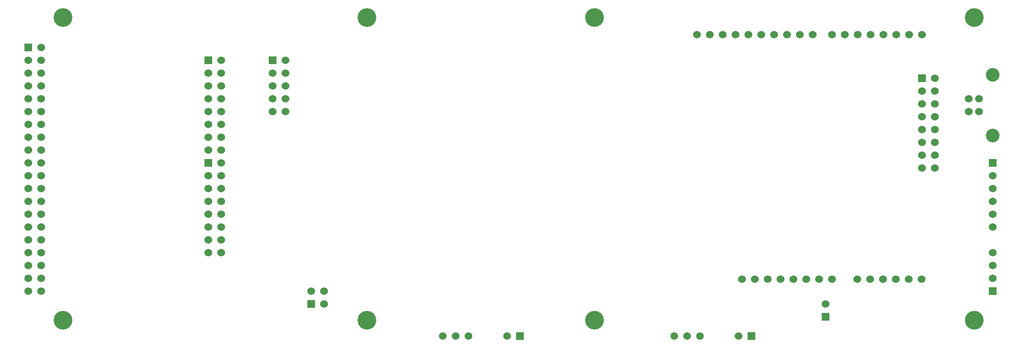
<source format=gbs>
G04 (created by PCBNEW-RS274X (2012-apr-16-27)-stable) date Wed 24 Jul 2013 12:55:59 AM UTC*
G01*
G70*
G90*
%MOIN*%
G04 Gerber Fmt 3.4, Leading zero omitted, Abs format*
%FSLAX34Y34*%
G04 APERTURE LIST*
%ADD10C,0.008000*%
%ADD11R,0.059100X0.059100*%
%ADD12C,0.059100*%
%ADD13R,0.060000X0.060000*%
%ADD14C,0.060000*%
%ADD15C,0.106300*%
%ADD16C,0.145700*%
G04 APERTURE END LIST*
G54D10*
G54D11*
X72250Y-45500D03*
G54D12*
X71250Y-45500D03*
X68250Y-45500D03*
X67250Y-45500D03*
X66250Y-45500D03*
G54D13*
X35000Y-24000D03*
G54D14*
X36000Y-24000D03*
X35000Y-25000D03*
X36000Y-25000D03*
X35000Y-26000D03*
X36000Y-26000D03*
X35000Y-27000D03*
X36000Y-27000D03*
X35000Y-28000D03*
X36000Y-28000D03*
X71490Y-41080D03*
X72490Y-41080D03*
X73490Y-41080D03*
X74490Y-41080D03*
X75490Y-41080D03*
X76490Y-41080D03*
X77490Y-41080D03*
X78490Y-41080D03*
X80480Y-41080D03*
X81480Y-41080D03*
X82480Y-41080D03*
X83480Y-41080D03*
X84480Y-41080D03*
X85480Y-41080D03*
X85510Y-30400D03*
X85510Y-31400D03*
X85510Y-32400D03*
X86510Y-32400D03*
X86510Y-31400D03*
X86510Y-30400D03*
X85510Y-22000D03*
X84510Y-22000D03*
X83510Y-22000D03*
X82510Y-22000D03*
X81510Y-22000D03*
X80510Y-22000D03*
X79510Y-22000D03*
X78510Y-22000D03*
X77000Y-22000D03*
X76000Y-22000D03*
X75000Y-22000D03*
X74000Y-22000D03*
X73000Y-22000D03*
X72000Y-22000D03*
X71000Y-22000D03*
X70000Y-22000D03*
X69000Y-22000D03*
X68000Y-22000D03*
G54D13*
X16000Y-23000D03*
G54D14*
X17000Y-23000D03*
X16000Y-28000D03*
X17000Y-24000D03*
X16000Y-29000D03*
X17000Y-25000D03*
X16000Y-30000D03*
X17000Y-26000D03*
X16000Y-31000D03*
X17000Y-27000D03*
X16000Y-32000D03*
X17000Y-28000D03*
X16000Y-33000D03*
X17000Y-29000D03*
X16000Y-34000D03*
X17000Y-30000D03*
X16000Y-35000D03*
X17000Y-31000D03*
X16000Y-36000D03*
X17000Y-32000D03*
X16000Y-37000D03*
X17000Y-33000D03*
X16000Y-38000D03*
X17000Y-34000D03*
X17000Y-35000D03*
X16000Y-39000D03*
X17000Y-36000D03*
X17000Y-38000D03*
X17000Y-39000D03*
X17000Y-40000D03*
X17000Y-41000D03*
X16000Y-40000D03*
X16000Y-41000D03*
X16000Y-24000D03*
X16000Y-25000D03*
X16000Y-26000D03*
X16000Y-27000D03*
X16000Y-42000D03*
X17000Y-42000D03*
X17000Y-37000D03*
G54D13*
X91000Y-42000D03*
G54D14*
X91000Y-41000D03*
X91000Y-40000D03*
X91000Y-39000D03*
G54D13*
X91000Y-32000D03*
G54D14*
X91000Y-33000D03*
X91000Y-34000D03*
X91000Y-35000D03*
X91000Y-36000D03*
X91000Y-37000D03*
G54D11*
X54250Y-45500D03*
G54D12*
X53250Y-45500D03*
X50250Y-45500D03*
X49250Y-45500D03*
X48250Y-45500D03*
G54D13*
X78000Y-44000D03*
G54D14*
X78000Y-43000D03*
G54D13*
X38000Y-43000D03*
G54D14*
X38000Y-42000D03*
X39000Y-43000D03*
X39000Y-42000D03*
X89150Y-27000D03*
X89150Y-28000D03*
X89937Y-28000D03*
X89937Y-27000D03*
G54D15*
X91000Y-25138D03*
X91000Y-29862D03*
G54D13*
X30000Y-32000D03*
G54D14*
X31000Y-32000D03*
X30000Y-33000D03*
X31000Y-33000D03*
X30000Y-34000D03*
X31000Y-34000D03*
X30000Y-35000D03*
X31000Y-35000D03*
X30000Y-36000D03*
X31000Y-36000D03*
X30000Y-37000D03*
X31000Y-37000D03*
X30000Y-38000D03*
X31000Y-38000D03*
X30000Y-39000D03*
X31000Y-39000D03*
G54D13*
X30000Y-24000D03*
G54D14*
X31000Y-24000D03*
X30000Y-25000D03*
X31000Y-25000D03*
X30000Y-26000D03*
X31000Y-26000D03*
X30000Y-27000D03*
X31000Y-27000D03*
X30000Y-28000D03*
X31000Y-28000D03*
X30000Y-29000D03*
X31000Y-29000D03*
X30000Y-30000D03*
X31000Y-30000D03*
X30000Y-31000D03*
X31000Y-31000D03*
G54D13*
X85510Y-25400D03*
G54D14*
X86510Y-25400D03*
X85510Y-26400D03*
X86510Y-26400D03*
X85510Y-27400D03*
X86510Y-27400D03*
X85510Y-28400D03*
X86510Y-28400D03*
X85510Y-29400D03*
X86510Y-29400D03*
G54D16*
X18701Y-20669D03*
X18701Y-44291D03*
X89567Y-20669D03*
X89567Y-44291D03*
X60039Y-44291D03*
X60039Y-20669D03*
X42323Y-44291D03*
X42323Y-20669D03*
M02*

</source>
